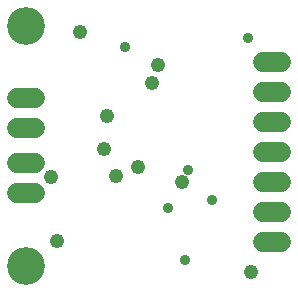
<source format=gbr>
G04 EAGLE Gerber RS-274X export*
G75*
%MOMM*%
%FSLAX34Y34*%
%LPD*%
%INSoldermask Bottom*%
%IPPOS*%
%AMOC8*
5,1,8,0,0,1.08239X$1,22.5*%
G01*
%ADD10C,3.203200*%
%ADD11C,1.727200*%
%ADD12C,1.219200*%
%ADD13C,0.914400*%


D10*
X25400Y25400D03*
X25400Y228600D03*
D11*
X17780Y168100D02*
X33020Y168100D01*
X33020Y142700D02*
X17780Y142700D01*
X17780Y87100D02*
X33020Y87100D01*
X33020Y112500D02*
X17780Y112500D01*
X226060Y198120D02*
X241300Y198120D01*
X241300Y172720D02*
X226060Y172720D01*
X226060Y147320D02*
X241300Y147320D01*
X241300Y121920D02*
X226060Y121920D01*
X226060Y96520D02*
X241300Y96520D01*
X241300Y71120D02*
X226060Y71120D01*
X226060Y45720D02*
X241300Y45720D01*
D12*
X51054Y46736D03*
X215900Y20320D03*
X70866Y223266D03*
X137160Y195580D03*
X93980Y152400D03*
X91440Y124460D03*
X45974Y101092D03*
X157480Y96520D03*
X101600Y101600D03*
X132080Y180340D03*
D13*
X162560Y106680D03*
X160020Y30480D03*
X182880Y81280D03*
X109220Y210820D03*
X213360Y218440D03*
X145415Y74295D03*
D12*
X119888Y109728D03*
M02*

</source>
